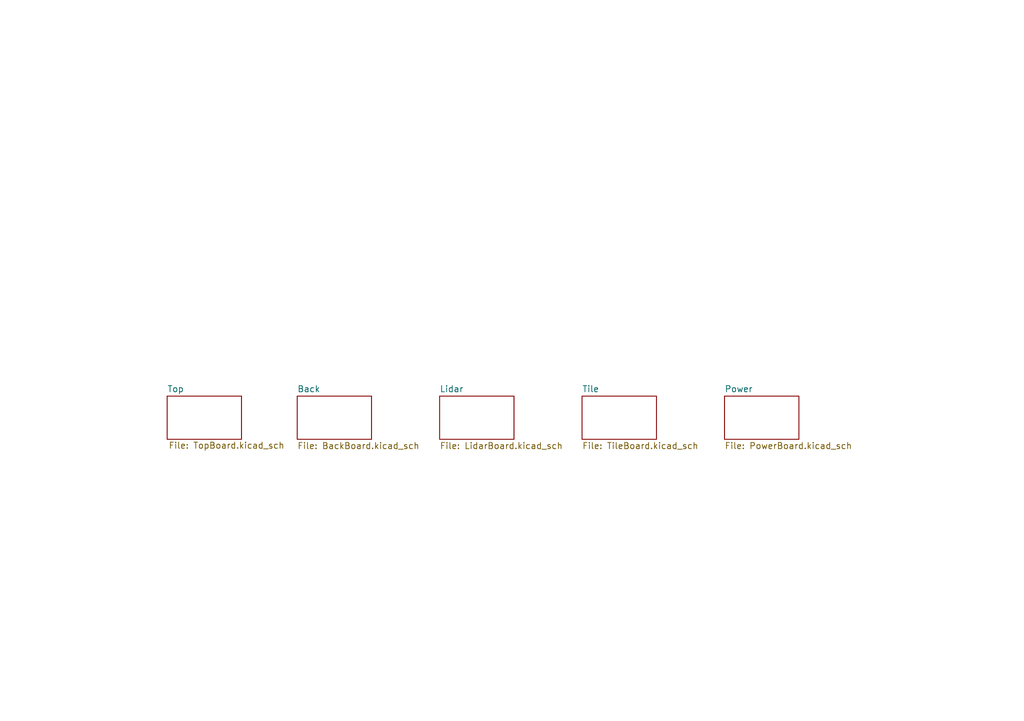
<source format=kicad_sch>
(kicad_sch
	(version 20231120)
	(generator "eeschema")
	(generator_version "8.0")
	(uuid "af3cfa74-a4e1-440c-b447-a23ba1001a82")
	(paper "A5")
	(lib_symbols)
	(sheet
		(at 60.96 81.28)
		(size 15.24 8.89)
		(fields_autoplaced yes)
		(stroke
			(width 0.1524)
			(type solid)
		)
		(fill
			(color 0 0 0 0.0000)
		)
		(uuid "07efea5d-a0cf-4cd0-a91f-6ca432bf6d14")
		(property "Sheetname" "Back"
			(at 60.96 80.5684 0)
			(effects
				(font
					(size 1.27 1.27)
				)
				(justify left bottom)
			)
		)
		(property "Sheetfile" "BackBoard.kicad_sch"
			(at 60.96 90.7546 0)
			(effects
				(font
					(size 1.27 1.27)
				)
				(justify left top)
			)
		)
		(instances
			(project "Rev.1"
				(path "/af3cfa74-a4e1-440c-b447-a23ba1001a82"
					(page "3")
				)
			)
		)
	)
	(sheet
		(at 90.17 81.28)
		(size 15.24 8.89)
		(fields_autoplaced yes)
		(stroke
			(width 0.1524)
			(type solid)
		)
		(fill
			(color 0 0 0 0.0000)
		)
		(uuid "420fe028-99c2-46f7-82ef-d02bfa595c0b")
		(property "Sheetname" "Lidar"
			(at 90.17 80.5684 0)
			(effects
				(font
					(size 1.27 1.27)
				)
				(justify left bottom)
			)
		)
		(property "Sheetfile" "LidarBoard.kicad_sch"
			(at 90.17 90.7546 0)
			(effects
				(font
					(size 1.27 1.27)
				)
				(justify left top)
			)
		)
		(instances
			(project "Rev.1"
				(path "/af3cfa74-a4e1-440c-b447-a23ba1001a82"
					(page "4")
				)
			)
		)
	)
	(sheet
		(at 119.38 81.28)
		(size 15.24 8.89)
		(fields_autoplaced yes)
		(stroke
			(width 0.1524)
			(type solid)
		)
		(fill
			(color 0 0 0 0.0000)
		)
		(uuid "b4b282e2-f9b1-4b11-9c5f-9187c17dd7fc")
		(property "Sheetname" "Tile"
			(at 119.38 80.5684 0)
			(effects
				(font
					(size 1.27 1.27)
				)
				(justify left bottom)
			)
		)
		(property "Sheetfile" "TileBoard.kicad_sch"
			(at 119.38 90.7546 0)
			(effects
				(font
					(size 1.27 1.27)
				)
				(justify left top)
			)
		)
		(instances
			(project "Rev.1"
				(path "/af3cfa74-a4e1-440c-b447-a23ba1001a82"
					(page "5")
				)
			)
		)
	)
	(sheet
		(at 34.29 81.28)
		(size 15.24 8.89)
		(stroke
			(width 0.1524)
			(type solid)
		)
		(fill
			(color 0 0 0 0.0000)
		)
		(uuid "cb80d78a-fdd0-4a3d-a2b5-f10162c7fd77")
		(property "Sheetname" "Top"
			(at 34.29 80.5684 0)
			(effects
				(font
					(size 1.27 1.27)
				)
				(justify left bottom)
			)
		)
		(property "Sheetfile" "TopBoard.kicad_sch"
			(at 34.544 90.678 0)
			(effects
				(font
					(size 1.27 1.27)
				)
				(justify left top)
			)
		)
		(instances
			(project "Rev.1"
				(path "/af3cfa74-a4e1-440c-b447-a23ba1001a82"
					(page "2")
				)
			)
		)
	)
	(sheet
		(at 148.59 81.28)
		(size 15.24 8.89)
		(fields_autoplaced yes)
		(stroke
			(width 0.1524)
			(type solid)
		)
		(fill
			(color 0 0 0 0.0000)
		)
		(uuid "dc9e14b6-3d4f-4812-9f47-da9a6ac552de")
		(property "Sheetname" "Power"
			(at 148.59 80.5684 0)
			(effects
				(font
					(size 1.27 1.27)
				)
				(justify left bottom)
			)
		)
		(property "Sheetfile" "PowerBoard.kicad_sch"
			(at 148.59 90.7546 0)
			(effects
				(font
					(size 1.27 1.27)
				)
				(justify left top)
			)
		)
		(instances
			(project "Rev.1"
				(path "/af3cfa74-a4e1-440c-b447-a23ba1001a82"
					(page "6")
				)
			)
		)
	)
	(sheet_instances
		(path "/"
			(page "1")
		)
	)
)

</source>
